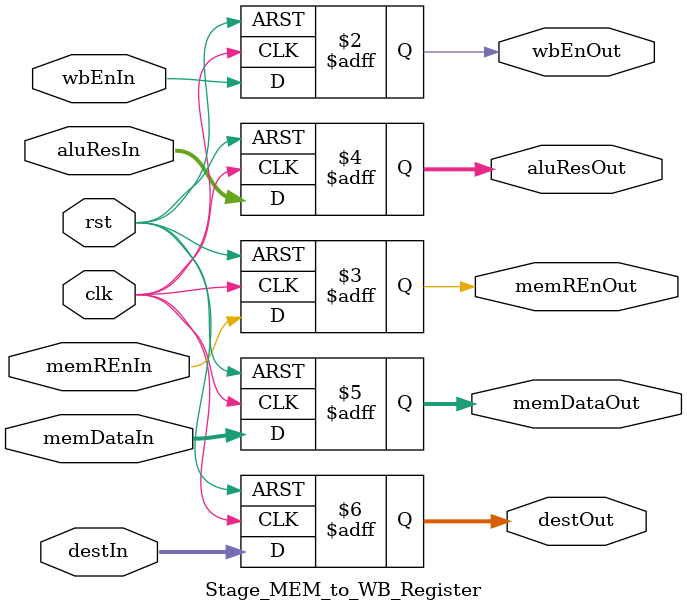
<source format=v>
module Stage_MEM_to_WB_Register(
    input clk, rst,
    input wbEnIn, memREnIn,
    input [31:0] aluResIn, memDataIn,
    input [3:0] destIn,
    output reg wbEnOut, memREnOut,
    output reg [31:0] aluResOut, memDataOut,
    output reg [3:0] destOut
);
    always@(posedge clk, posedge rst) begin
        if(rst) begin
            {wbEnOut, memREnOut} <= 2'd0;
            {aluResOut, memDataOut} <= 64'd0;
            destOut <= 4'd0;
        end else begin
            {wbEnOut, memREnOut} <= {wbEnIn, memREnIn};
            {aluResOut, memDataOut} <= {aluResIn, memDataIn};
            destOut <= destIn;
        end
    end
endmodule
</source>
